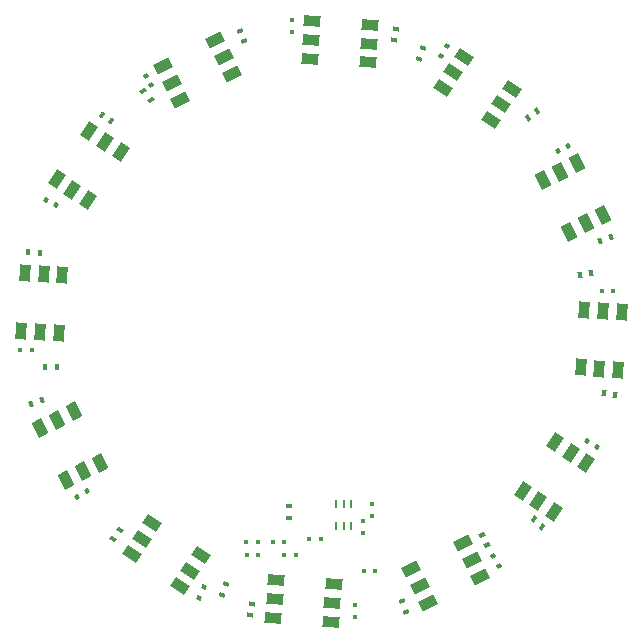
<source format=gtp>
%FSTAX42Y42*%
%MOMM*%
G71*
G01*
G75*
G04 Layer_Color=8421504*
%ADD10C,0.35*%
%ADD11C,0.45*%
%ADD12C,0.25*%
G04:AMPARAMS|DCode=13|XSize=0.46mm|YSize=0.61mm|CornerRadius=0mm|HoleSize=0mm|Usage=FLASHONLY|Rotation=350.000|XOffset=0mm|YOffset=0mm|HoleType=Round|Shape=Rectangle|*
%AMROTATEDRECTD13*
4,1,4,-0.28,-0.26,-0.17,0.34,0.28,0.26,0.17,-0.34,-0.28,-0.26,0.0*
%
%ADD13ROTATEDRECTD13*%

G04:AMPARAMS|DCode=14|XSize=1mm|YSize=1.5mm|CornerRadius=0mm|HoleSize=0mm|Usage=FLASHONLY|Rotation=26.400|XOffset=0mm|YOffset=0mm|HoleType=Round|Shape=Rectangle|*
%AMROTATEDRECTD14*
4,1,4,-0.11,-0.89,-0.78,0.45,0.11,0.89,0.78,-0.45,-0.11,-0.89,0.0*
%
%ADD14ROTATEDRECTD14*%

G04:AMPARAMS|DCode=15|XSize=1mm|YSize=1.5mm|CornerRadius=0mm|HoleSize=0mm|Usage=FLASHONLY|Rotation=56.400|XOffset=0mm|YOffset=0mm|HoleType=Round|Shape=Rectangle|*
%AMROTATEDRECTD15*
4,1,4,0.35,-0.83,-0.90,-0.00,-0.35,0.83,0.90,0.00,0.35,-0.83,0.0*
%
%ADD15ROTATEDRECTD15*%

G04:AMPARAMS|DCode=16|XSize=1mm|YSize=1.5mm|CornerRadius=0mm|HoleSize=0mm|Usage=FLASHONLY|Rotation=86.500|XOffset=0mm|YOffset=0mm|HoleType=Round|Shape=Rectangle|*
%AMROTATEDRECTD16*
4,1,4,0.72,-0.54,-0.78,-0.45,-0.72,0.54,0.78,0.45,0.72,-0.54,0.0*
%
%ADD16ROTATEDRECTD16*%

G04:AMPARAMS|DCode=17|XSize=1mm|YSize=1.5mm|CornerRadius=0mm|HoleSize=0mm|Usage=FLASHONLY|Rotation=326.400|XOffset=0mm|YOffset=0mm|HoleType=Round|Shape=Rectangle|*
%AMROTATEDRECTD17*
4,1,4,-0.83,-0.35,-0.00,0.90,0.83,0.35,0.00,-0.90,-0.83,-0.35,0.0*
%
%ADD17ROTATEDRECTD17*%

G04:AMPARAMS|DCode=18|XSize=0.46mm|YSize=0.61mm|CornerRadius=0mm|HoleSize=0mm|Usage=FLASHONLY|Rotation=320.000|XOffset=0mm|YOffset=0mm|HoleType=Round|Shape=Rectangle|*
%AMROTATEDRECTD18*
4,1,4,-0.37,-0.09,0.02,0.38,0.37,0.09,-0.02,-0.38,-0.37,-0.09,0.0*
%
%ADD18ROTATEDRECTD18*%

G04:AMPARAMS|DCode=19|XSize=1mm|YSize=1.5mm|CornerRadius=0mm|HoleSize=0mm|Usage=FLASHONLY|Rotation=296.400|XOffset=0mm|YOffset=0mm|HoleType=Round|Shape=Rectangle|*
%AMROTATEDRECTD19*
4,1,4,-0.89,0.11,0.45,0.78,0.89,-0.11,-0.45,-0.78,-0.89,0.11,0.0*
%
%ADD19ROTATEDRECTD19*%

G04:AMPARAMS|DCode=20|XSize=0.46mm|YSize=0.51mm|CornerRadius=0mm|HoleSize=0mm|Usage=FLASHONLY|Rotation=30.000|XOffset=0mm|YOffset=0mm|HoleType=Round|Shape=Rectangle|*
%AMROTATEDRECTD20*
4,1,4,-0.07,-0.33,-0.32,0.11,0.07,0.33,0.32,-0.11,-0.07,-0.33,0.0*
%
%ADD20ROTATEDRECTD20*%

G04:AMPARAMS|DCode=21|XSize=0.46mm|YSize=0.51mm|CornerRadius=0mm|HoleSize=0mm|Usage=FLASHONLY|Rotation=150.000|XOffset=0mm|YOffset=0mm|HoleType=Round|Shape=Rectangle|*
%AMROTATEDRECTD21*
4,1,4,0.32,0.11,0.07,-0.33,-0.32,-0.11,-0.07,0.33,0.32,0.11,0.0*
%
%ADD21ROTATEDRECTD21*%

G04:AMPARAMS|DCode=22|XSize=1mm|YSize=1.5mm|CornerRadius=0mm|HoleSize=0mm|Usage=FLASHONLY|Rotation=207.000|XOffset=0mm|YOffset=0mm|HoleType=Round|Shape=Rectangle|*
%AMROTATEDRECTD22*
4,1,4,0.11,0.90,0.79,-0.44,-0.11,-0.90,-0.79,0.44,0.11,0.90,0.0*
%
%ADD22ROTATEDRECTD22*%

G04:AMPARAMS|DCode=23|XSize=0.46mm|YSize=0.61mm|CornerRadius=0mm|HoleSize=0mm|Usage=FLASHONLY|Rotation=230.000|XOffset=0mm|YOffset=0mm|HoleType=Round|Shape=Rectangle|*
%AMROTATEDRECTD23*
4,1,4,-0.09,0.37,0.38,-0.02,0.09,-0.37,-0.38,0.02,-0.09,0.37,0.0*
%
%ADD23ROTATEDRECTD23*%

G04:AMPARAMS|DCode=24|XSize=0.46mm|YSize=0.51mm|CornerRadius=0mm|HoleSize=0mm|Usage=FLASHONLY|Rotation=65.000|XOffset=0mm|YOffset=0mm|HoleType=Round|Shape=Rectangle|*
%AMROTATEDRECTD24*
4,1,4,0.13,-0.31,-0.33,-0.10,-0.13,0.31,0.33,0.10,0.13,-0.31,0.0*
%
%ADD24ROTATEDRECTD24*%

G04:AMPARAMS|DCode=25|XSize=0.46mm|YSize=0.61mm|CornerRadius=0mm|HoleSize=0mm|Usage=FLASHONLY|Rotation=260.000|XOffset=0mm|YOffset=0mm|HoleType=Round|Shape=Rectangle|*
%AMROTATEDRECTD25*
4,1,4,-0.26,0.28,0.34,0.17,0.26,-0.28,-0.34,-0.17,-0.26,0.28,0.0*
%
%ADD25ROTATEDRECTD25*%

G04:AMPARAMS|DCode=26|XSize=0.46mm|YSize=0.61mm|CornerRadius=0mm|HoleSize=0mm|Usage=FLASHONLY|Rotation=290.000|XOffset=0mm|YOffset=0mm|HoleType=Round|Shape=Rectangle|*
%AMROTATEDRECTD26*
4,1,4,-0.36,0.11,0.21,0.32,0.36,-0.11,-0.21,-0.32,-0.36,0.11,0.0*
%
%ADD26ROTATEDRECTD26*%

%ADD27R,0.51X0.46*%
G04:AMPARAMS|DCode=28|XSize=0.46mm|YSize=0.51mm|CornerRadius=0mm|HoleSize=0mm|Usage=FLASHONLY|Rotation=120.000|XOffset=0mm|YOffset=0mm|HoleType=Round|Shape=Rectangle|*
%AMROTATEDRECTD28*
4,1,4,0.33,-0.07,-0.11,-0.32,-0.33,0.07,0.11,0.32,0.33,-0.07,0.0*
%
%ADD28ROTATEDRECTD28*%

G04:AMPARAMS|DCode=29|XSize=0.46mm|YSize=0.61mm|CornerRadius=0mm|HoleSize=0mm|Usage=FLASHONLY|Rotation=298.000|XOffset=0mm|YOffset=0mm|HoleType=Round|Shape=Rectangle|*
%AMROTATEDRECTD29*
4,1,4,-0.38,0.06,0.16,0.34,0.38,-0.06,-0.16,-0.34,-0.38,0.06,0.0*
%
%ADD29ROTATEDRECTD29*%

G04:AMPARAMS|DCode=30|XSize=0.46mm|YSize=0.61mm|CornerRadius=0mm|HoleSize=0mm|Usage=FLASHONLY|Rotation=249.000|XOffset=0mm|YOffset=0mm|HoleType=Round|Shape=Rectangle|*
%AMROTATEDRECTD30*
4,1,4,-0.20,0.32,0.37,0.10,0.20,-0.32,-0.37,-0.10,-0.20,0.32,0.0*
%
%ADD30ROTATEDRECTD30*%

G04:AMPARAMS|DCode=31|XSize=0.46mm|YSize=0.61mm|CornerRadius=0mm|HoleSize=0mm|Usage=FLASHONLY|Rotation=21.000|XOffset=0mm|YOffset=0mm|HoleType=Round|Shape=Rectangle|*
%AMROTATEDRECTD31*
4,1,4,-0.10,-0.37,-0.32,0.20,0.10,0.37,0.32,-0.20,-0.10,-0.37,0.0*
%
%ADD31ROTATEDRECTD31*%

G04:AMPARAMS|DCode=32|XSize=0.46mm|YSize=0.61mm|CornerRadius=0mm|HoleSize=0mm|Usage=FLASHONLY|Rotation=190.000|XOffset=0mm|YOffset=0mm|HoleType=Round|Shape=Rectangle|*
%AMROTATEDRECTD32*
4,1,4,0.17,0.34,0.28,-0.26,-0.17,-0.34,-0.28,0.26,0.17,0.34,0.0*
%
%ADD32ROTATEDRECTD32*%

G04:AMPARAMS|DCode=33|XSize=0.46mm|YSize=0.61mm|CornerRadius=0mm|HoleSize=0mm|Usage=FLASHONLY|Rotation=40.000|XOffset=0mm|YOffset=0mm|HoleType=Round|Shape=Rectangle|*
%AMROTATEDRECTD33*
4,1,4,0.02,-0.38,-0.37,0.09,-0.02,0.38,0.37,-0.09,0.02,-0.38,0.0*
%
%ADD33ROTATEDRECTD33*%

G04:AMPARAMS|DCode=34|XSize=0.46mm|YSize=0.61mm|CornerRadius=0mm|HoleSize=0mm|Usage=FLASHONLY|Rotation=81.000|XOffset=0mm|YOffset=0mm|HoleType=Round|Shape=Rectangle|*
%AMROTATEDRECTD34*
4,1,4,0.27,-0.27,-0.34,-0.18,-0.27,0.27,0.34,0.18,0.27,-0.27,0.0*
%
%ADD34ROTATEDRECTD34*%

G04:AMPARAMS|DCode=35|XSize=0.46mm|YSize=0.61mm|CornerRadius=0mm|HoleSize=0mm|Usage=FLASHONLY|Rotation=70.000|XOffset=0mm|YOffset=0mm|HoleType=Round|Shape=Rectangle|*
%AMROTATEDRECTD35*
4,1,4,0.21,-0.32,-0.36,-0.11,-0.21,0.32,0.36,0.11,0.21,-0.32,0.0*
%
%ADD35ROTATEDRECTD35*%

G04:AMPARAMS|DCode=36|XSize=0.46mm|YSize=0.61mm|CornerRadius=0mm|HoleSize=0mm|Usage=FLASHONLY|Rotation=130.000|XOffset=0mm|YOffset=0mm|HoleType=Round|Shape=Rectangle|*
%AMROTATEDRECTD36*
4,1,4,0.38,0.02,-0.09,-0.37,-0.38,-0.02,0.09,0.37,0.38,0.02,0.0*
%
%ADD36ROTATEDRECTD36*%

G04:AMPARAMS|DCode=37|XSize=0.46mm|YSize=0.61mm|CornerRadius=0mm|HoleSize=0mm|Usage=FLASHONLY|Rotation=145.000|XOffset=0mm|YOffset=0mm|HoleType=Round|Shape=Rectangle|*
%AMROTATEDRECTD37*
4,1,4,0.36,0.12,0.01,-0.38,-0.36,-0.12,-0.01,0.38,0.36,0.12,0.0*
%
%ADD37ROTATEDRECTD37*%

G04:AMPARAMS|DCode=38|XSize=0.46mm|YSize=0.61mm|CornerRadius=0mm|HoleSize=0mm|Usage=FLASHONLY|Rotation=175.000|XOffset=0mm|YOffset=0mm|HoleType=Round|Shape=Rectangle|*
%AMROTATEDRECTD38*
4,1,4,0.25,0.28,0.20,-0.32,-0.25,-0.28,-0.20,0.32,0.25,0.28,0.0*
%
%ADD38ROTATEDRECTD38*%

%ADD39R,0.46X0.61*%
G04:AMPARAMS|DCode=40|XSize=0.46mm|YSize=0.61mm|CornerRadius=0mm|HoleSize=0mm|Usage=FLASHONLY|Rotation=200.000|XOffset=0mm|YOffset=0mm|HoleType=Round|Shape=Rectangle|*
%AMROTATEDRECTD40*
4,1,4,0.11,0.36,0.32,-0.21,-0.11,-0.36,-0.32,0.21,0.11,0.36,0.0*
%
%ADD40ROTATEDRECTD40*%

%ADD41R,0.61X0.46*%
%ADD42R,0.46X0.51*%
G04:AMPARAMS|DCode=43|XSize=0.46mm|YSize=0.51mm|CornerRadius=0mm|HoleSize=0mm|Usage=FLASHONLY|Rotation=240.000|XOffset=0mm|YOffset=0mm|HoleType=Round|Shape=Rectangle|*
%AMROTATEDRECTD43*
4,1,4,-0.11,0.32,0.33,0.07,0.11,-0.32,-0.33,-0.07,-0.11,0.32,0.0*
%
%ADD43ROTATEDRECTD43*%

%ADD44R,0.35X0.85*%
G04:AMPARAMS|DCode=45|XSize=1mm|YSize=1.5mm|CornerRadius=0mm|HoleSize=0mm|Usage=FLASHONLY|Rotation=176.400|XOffset=0mm|YOffset=0mm|HoleType=Round|Shape=Rectangle|*
%AMROTATEDRECTD45*
4,1,4,0.55,0.72,0.45,-0.78,-0.55,-0.72,-0.45,0.78,0.55,0.72,0.0*
%
%ADD45ROTATEDRECTD45*%

%ADD46C,0.40*%
%ADD47C,0.30*%
%ADD48C,0.50*%
%ADD49C,0.51*%
%ADD50C,0.60*%
%ADD51C,1.20*%
%ADD52C,0.60*%
%ADD53C,0.87*%
%ADD54C,0.50*%
%ADD55C,0.70*%
%ADD56C,1.27*%
%ADD57R,1.40X4.52*%
%ADD58C,0.25*%
%ADD59C,0.25*%
%ADD60C,0.10*%
%ADD61C,0.04*%
%ADD62C,0.20*%
%ADD63C,0.15*%
G04:AMPARAMS|DCode=64|XSize=0.36mm|YSize=0.51mm|CornerRadius=0mm|HoleSize=0mm|Usage=FLASHONLY|Rotation=350.000|XOffset=0mm|YOffset=0mm|HoleType=Round|Shape=Rectangle|*
%AMROTATEDRECTD64*
4,1,4,-0.22,-0.22,-0.13,0.28,0.22,0.22,0.13,-0.28,-0.22,-0.22,0.0*
%
%ADD64ROTATEDRECTD64*%

G04:AMPARAMS|DCode=65|XSize=0.9mm|YSize=1.4mm|CornerRadius=0mm|HoleSize=0mm|Usage=FLASHONLY|Rotation=26.400|XOffset=0mm|YOffset=0mm|HoleType=Round|Shape=Rectangle|*
%AMROTATEDRECTD65*
4,1,4,-0.09,-0.83,-0.71,0.43,0.09,0.83,0.71,-0.43,-0.09,-0.83,0.0*
%
%ADD65ROTATEDRECTD65*%

G04:AMPARAMS|DCode=66|XSize=0.9mm|YSize=1.4mm|CornerRadius=0mm|HoleSize=0mm|Usage=FLASHONLY|Rotation=56.400|XOffset=0mm|YOffset=0mm|HoleType=Round|Shape=Rectangle|*
%AMROTATEDRECTD66*
4,1,4,0.33,-0.76,-0.83,0.01,-0.33,0.76,0.83,-0.01,0.33,-0.76,0.0*
%
%ADD66ROTATEDRECTD66*%

G04:AMPARAMS|DCode=67|XSize=0.9mm|YSize=1.4mm|CornerRadius=0mm|HoleSize=0mm|Usage=FLASHONLY|Rotation=86.500|XOffset=0mm|YOffset=0mm|HoleType=Round|Shape=Rectangle|*
%AMROTATEDRECTD67*
4,1,4,0.67,-0.49,-0.73,-0.41,-0.67,0.49,0.73,0.41,0.67,-0.49,0.0*
%
%ADD67ROTATEDRECTD67*%

G04:AMPARAMS|DCode=68|XSize=0.9mm|YSize=1.4mm|CornerRadius=0mm|HoleSize=0mm|Usage=FLASHONLY|Rotation=326.400|XOffset=0mm|YOffset=0mm|HoleType=Round|Shape=Rectangle|*
%AMROTATEDRECTD68*
4,1,4,-0.76,-0.33,0.01,0.83,0.76,0.33,-0.01,-0.83,-0.76,-0.33,0.0*
%
%ADD68ROTATEDRECTD68*%

G04:AMPARAMS|DCode=69|XSize=0.36mm|YSize=0.51mm|CornerRadius=0mm|HoleSize=0mm|Usage=FLASHONLY|Rotation=320.000|XOffset=0mm|YOffset=0mm|HoleType=Round|Shape=Rectangle|*
%AMROTATEDRECTD69*
4,1,4,-0.30,-0.08,0.03,0.31,0.30,0.08,-0.03,-0.31,-0.30,-0.08,0.0*
%
%ADD69ROTATEDRECTD69*%

G04:AMPARAMS|DCode=70|XSize=0.9mm|YSize=1.4mm|CornerRadius=0mm|HoleSize=0mm|Usage=FLASHONLY|Rotation=296.400|XOffset=0mm|YOffset=0mm|HoleType=Round|Shape=Rectangle|*
%AMROTATEDRECTD70*
4,1,4,-0.83,0.09,0.43,0.71,0.83,-0.09,-0.43,-0.71,-0.83,0.09,0.0*
%
%ADD70ROTATEDRECTD70*%

G04:AMPARAMS|DCode=71|XSize=0.36mm|YSize=0.41mm|CornerRadius=0mm|HoleSize=0mm|Usage=FLASHONLY|Rotation=30.000|XOffset=0mm|YOffset=0mm|HoleType=Round|Shape=Rectangle|*
%AMROTATEDRECTD71*
4,1,4,-0.05,-0.27,-0.26,0.09,0.05,0.27,0.26,-0.09,-0.05,-0.27,0.0*
%
%ADD71ROTATEDRECTD71*%

G04:AMPARAMS|DCode=72|XSize=0.36mm|YSize=0.41mm|CornerRadius=0mm|HoleSize=0mm|Usage=FLASHONLY|Rotation=150.000|XOffset=0mm|YOffset=0mm|HoleType=Round|Shape=Rectangle|*
%AMROTATEDRECTD72*
4,1,4,0.26,0.09,0.05,-0.27,-0.26,-0.09,-0.05,0.27,0.26,0.09,0.0*
%
%ADD72ROTATEDRECTD72*%

G04:AMPARAMS|DCode=73|XSize=0.9mm|YSize=1.4mm|CornerRadius=0mm|HoleSize=0mm|Usage=FLASHONLY|Rotation=207.000|XOffset=0mm|YOffset=0mm|HoleType=Round|Shape=Rectangle|*
%AMROTATEDRECTD73*
4,1,4,0.08,0.83,0.72,-0.42,-0.08,-0.83,-0.72,0.42,0.08,0.83,0.0*
%
%ADD73ROTATEDRECTD73*%

G04:AMPARAMS|DCode=74|XSize=0.36mm|YSize=0.51mm|CornerRadius=0mm|HoleSize=0mm|Usage=FLASHONLY|Rotation=230.000|XOffset=0mm|YOffset=0mm|HoleType=Round|Shape=Rectangle|*
%AMROTATEDRECTD74*
4,1,4,-0.08,0.30,0.31,-0.03,0.08,-0.30,-0.31,0.03,-0.08,0.30,0.0*
%
%ADD74ROTATEDRECTD74*%

G04:AMPARAMS|DCode=75|XSize=0.36mm|YSize=0.41mm|CornerRadius=0mm|HoleSize=0mm|Usage=FLASHONLY|Rotation=65.000|XOffset=0mm|YOffset=0mm|HoleType=Round|Shape=Rectangle|*
%AMROTATEDRECTD75*
4,1,4,0.11,-0.25,-0.26,-0.08,-0.11,0.25,0.26,0.08,0.11,-0.25,0.0*
%
%ADD75ROTATEDRECTD75*%

G04:AMPARAMS|DCode=76|XSize=0.36mm|YSize=0.51mm|CornerRadius=0mm|HoleSize=0mm|Usage=FLASHONLY|Rotation=260.000|XOffset=0mm|YOffset=0mm|HoleType=Round|Shape=Rectangle|*
%AMROTATEDRECTD76*
4,1,4,-0.22,0.22,0.28,0.13,0.22,-0.22,-0.28,-0.13,-0.22,0.22,0.0*
%
%ADD76ROTATEDRECTD76*%

G04:AMPARAMS|DCode=77|XSize=0.36mm|YSize=0.51mm|CornerRadius=0mm|HoleSize=0mm|Usage=FLASHONLY|Rotation=290.000|XOffset=0mm|YOffset=0mm|HoleType=Round|Shape=Rectangle|*
%AMROTATEDRECTD77*
4,1,4,-0.30,0.08,0.18,0.25,0.30,-0.08,-0.18,-0.25,-0.30,0.08,0.0*
%
%ADD77ROTATEDRECTD77*%

%ADD78R,0.41X0.36*%
G04:AMPARAMS|DCode=79|XSize=0.36mm|YSize=0.41mm|CornerRadius=0mm|HoleSize=0mm|Usage=FLASHONLY|Rotation=120.000|XOffset=0mm|YOffset=0mm|HoleType=Round|Shape=Rectangle|*
%AMROTATEDRECTD79*
4,1,4,0.27,-0.05,-0.09,-0.26,-0.27,0.05,0.09,0.26,0.27,-0.05,0.0*
%
%ADD79ROTATEDRECTD79*%

G04:AMPARAMS|DCode=80|XSize=0.36mm|YSize=0.51mm|CornerRadius=0mm|HoleSize=0mm|Usage=FLASHONLY|Rotation=298.000|XOffset=0mm|YOffset=0mm|HoleType=Round|Shape=Rectangle|*
%AMROTATEDRECTD80*
4,1,4,-0.31,0.04,0.14,0.28,0.31,-0.04,-0.14,-0.28,-0.31,0.04,0.0*
%
%ADD80ROTATEDRECTD80*%

G04:AMPARAMS|DCode=81|XSize=0.36mm|YSize=0.51mm|CornerRadius=0mm|HoleSize=0mm|Usage=FLASHONLY|Rotation=249.000|XOffset=0mm|YOffset=0mm|HoleType=Round|Shape=Rectangle|*
%AMROTATEDRECTD81*
4,1,4,-0.17,0.26,0.30,0.08,0.17,-0.26,-0.30,-0.08,-0.17,0.26,0.0*
%
%ADD81ROTATEDRECTD81*%

G04:AMPARAMS|DCode=82|XSize=0.36mm|YSize=0.51mm|CornerRadius=0mm|HoleSize=0mm|Usage=FLASHONLY|Rotation=21.000|XOffset=0mm|YOffset=0mm|HoleType=Round|Shape=Rectangle|*
%AMROTATEDRECTD82*
4,1,4,-0.08,-0.30,-0.26,0.17,0.08,0.30,0.26,-0.17,-0.08,-0.30,0.0*
%
%ADD82ROTATEDRECTD82*%

G04:AMPARAMS|DCode=83|XSize=0.36mm|YSize=0.51mm|CornerRadius=0mm|HoleSize=0mm|Usage=FLASHONLY|Rotation=190.000|XOffset=0mm|YOffset=0mm|HoleType=Round|Shape=Rectangle|*
%AMROTATEDRECTD83*
4,1,4,0.13,0.28,0.22,-0.22,-0.13,-0.28,-0.22,0.22,0.13,0.28,0.0*
%
%ADD83ROTATEDRECTD83*%

G04:AMPARAMS|DCode=84|XSize=0.36mm|YSize=0.51mm|CornerRadius=0mm|HoleSize=0mm|Usage=FLASHONLY|Rotation=40.000|XOffset=0mm|YOffset=0mm|HoleType=Round|Shape=Rectangle|*
%AMROTATEDRECTD84*
4,1,4,0.03,-0.31,-0.30,0.08,-0.03,0.31,0.30,-0.08,0.03,-0.31,0.0*
%
%ADD84ROTATEDRECTD84*%

G04:AMPARAMS|DCode=85|XSize=0.36mm|YSize=0.51mm|CornerRadius=0mm|HoleSize=0mm|Usage=FLASHONLY|Rotation=81.000|XOffset=0mm|YOffset=0mm|HoleType=Round|Shape=Rectangle|*
%AMROTATEDRECTD85*
4,1,4,0.22,-0.22,-0.28,-0.14,-0.22,0.22,0.28,0.14,0.22,-0.22,0.0*
%
%ADD85ROTATEDRECTD85*%

G04:AMPARAMS|DCode=86|XSize=0.36mm|YSize=0.51mm|CornerRadius=0mm|HoleSize=0mm|Usage=FLASHONLY|Rotation=70.000|XOffset=0mm|YOffset=0mm|HoleType=Round|Shape=Rectangle|*
%AMROTATEDRECTD86*
4,1,4,0.18,-0.25,-0.30,-0.08,-0.18,0.25,0.30,0.08,0.18,-0.25,0.0*
%
%ADD86ROTATEDRECTD86*%

G04:AMPARAMS|DCode=87|XSize=0.36mm|YSize=0.51mm|CornerRadius=0mm|HoleSize=0mm|Usage=FLASHONLY|Rotation=130.000|XOffset=0mm|YOffset=0mm|HoleType=Round|Shape=Rectangle|*
%AMROTATEDRECTD87*
4,1,4,0.31,0.03,-0.08,-0.30,-0.31,-0.03,0.08,0.30,0.31,0.03,0.0*
%
%ADD87ROTATEDRECTD87*%

G04:AMPARAMS|DCode=88|XSize=0.36mm|YSize=0.51mm|CornerRadius=0mm|HoleSize=0mm|Usage=FLASHONLY|Rotation=145.000|XOffset=0mm|YOffset=0mm|HoleType=Round|Shape=Rectangle|*
%AMROTATEDRECTD88*
4,1,4,0.29,0.11,0.00,-0.31,-0.29,-0.11,-0.00,0.31,0.29,0.11,0.0*
%
%ADD88ROTATEDRECTD88*%

G04:AMPARAMS|DCode=89|XSize=0.36mm|YSize=0.51mm|CornerRadius=0mm|HoleSize=0mm|Usage=FLASHONLY|Rotation=175.000|XOffset=0mm|YOffset=0mm|HoleType=Round|Shape=Rectangle|*
%AMROTATEDRECTD89*
4,1,4,0.20,0.24,0.16,-0.27,-0.20,-0.24,-0.16,0.27,0.20,0.24,0.0*
%
%ADD89ROTATEDRECTD89*%

%ADD90R,0.36X0.51*%
G04:AMPARAMS|DCode=91|XSize=0.36mm|YSize=0.51mm|CornerRadius=0mm|HoleSize=0mm|Usage=FLASHONLY|Rotation=200.000|XOffset=0mm|YOffset=0mm|HoleType=Round|Shape=Rectangle|*
%AMROTATEDRECTD91*
4,1,4,0.08,0.30,0.25,-0.18,-0.08,-0.30,-0.25,0.18,0.08,0.30,0.0*
%
%ADD91ROTATEDRECTD91*%

%ADD92R,0.51X0.36*%
%ADD93R,0.36X0.41*%
G04:AMPARAMS|DCode=94|XSize=0.36mm|YSize=0.41mm|CornerRadius=0mm|HoleSize=0mm|Usage=FLASHONLY|Rotation=240.000|XOffset=0mm|YOffset=0mm|HoleType=Round|Shape=Rectangle|*
%AMROTATEDRECTD94*
4,1,4,-0.09,0.26,0.27,0.05,0.09,-0.26,-0.27,-0.05,-0.09,0.26,0.0*
%
%ADD94ROTATEDRECTD94*%

%ADD95R,0.25X0.75*%
G04:AMPARAMS|DCode=96|XSize=0.9mm|YSize=1.4mm|CornerRadius=0mm|HoleSize=0mm|Usage=FLASHONLY|Rotation=176.400|XOffset=0mm|YOffset=0mm|HoleType=Round|Shape=Rectangle|*
%AMROTATEDRECTD96*
4,1,4,0.49,0.67,0.41,-0.73,-0.49,-0.67,-0.41,0.73,0.49,0.67,0.0*
%
%ADD96ROTATEDRECTD96*%

D64*
X022632Y017936D02*
D03*
X022728Y017919D02*
D03*
D65*
X02212Y019736D02*
D03*
X022407Y019878D02*
D03*
X022263Y019807D02*
D03*
X022481Y019368D02*
D03*
X022624Y019439D02*
D03*
X022338Y019297D02*
D03*
D66*
X02127Y020513D02*
D03*
X021447Y02078D02*
D03*
X021358Y020647D02*
D03*
X021766Y020375D02*
D03*
X021855Y020509D02*
D03*
X021678Y020242D02*
D03*
X019221Y016561D02*
D03*
X019044Y016294D02*
D03*
X019132Y016428D02*
D03*
X018724Y016698D02*
D03*
X018635Y016565D02*
D03*
X018812Y016832D02*
D03*
D67*
X020145Y02076D02*
D03*
X020164Y02108D02*
D03*
X020155Y02092D02*
D03*
X020644Y02089D02*
D03*
X020654Y02105D02*
D03*
X020634Y020731D02*
D03*
X020347Y016313D02*
D03*
X020325Y015994D02*
D03*
X020336Y016153D02*
D03*
X019847Y016187D02*
D03*
X019836Y016028D02*
D03*
X019858Y016347D02*
D03*
D68*
X022218Y017513D02*
D03*
X022485Y017336D02*
D03*
X022352Y017424D02*
D03*
X02208Y017016D02*
D03*
X022214Y016928D02*
D03*
X021947Y017105D02*
D03*
X018268Y019562D02*
D03*
X018003Y019741D02*
D03*
X018135Y019652D02*
D03*
X01841Y020058D02*
D03*
X018277Y020148D02*
D03*
X018542Y019969D02*
D03*
D69*
X022041Y016864D02*
D03*
X022114Y016801D02*
D03*
D70*
X021443Y016663D02*
D03*
X021586Y016376D02*
D03*
X021514Y016519D02*
D03*
X021075Y016301D02*
D03*
X021147Y016158D02*
D03*
X021004Y016445D02*
D03*
X019047Y020413D02*
D03*
X018905Y020699D02*
D03*
X018976Y020556D02*
D03*
X019415Y020775D02*
D03*
X019343Y020918D02*
D03*
X019486Y020631D02*
D03*
D71*
X018259Y017099D02*
D03*
X018176Y017051D02*
D03*
X022243Y019978D02*
D03*
X022327Y020027D02*
D03*
D72*
X022491Y017527D02*
D03*
X022574Y017478D02*
D03*
X017997Y019521D02*
D03*
X017913Y019569D02*
D03*
D73*
X018368Y017343D02*
D03*
X018083Y017198D02*
D03*
X018225Y01727D02*
D03*
X018003Y017707D02*
D03*
X01786Y017634D02*
D03*
X018146Y01778D02*
D03*
D74*
X018539Y016769D02*
D03*
X018476Y016696D02*
D03*
D75*
X01925Y016286D02*
D03*
X01921Y016199D02*
D03*
D76*
X019658Y016145D02*
D03*
X019642Y01605D02*
D03*
D77*
X020926Y016173D02*
D03*
X020959Y016082D02*
D03*
X019585Y020909D02*
D03*
X019552Y020999D02*
D03*
D78*
X020525Y016133D02*
D03*
Y016037D02*
D03*
X019995Y020989D02*
D03*
Y021086D02*
D03*
X020593Y016846D02*
D03*
Y016749D02*
D03*
X020668Y016894D02*
D03*
Y016991D02*
D03*
D79*
X021693Y016549D02*
D03*
X021742Y016466D02*
D03*
X018804Y020536D02*
D03*
X018756Y020619D02*
D03*
D80*
X021601Y016731D02*
D03*
X021647Y016646D02*
D03*
D81*
X019435Y016313D02*
D03*
X0194Y016222D02*
D03*
D82*
X022601Y019222D02*
D03*
X022691Y019257D02*
D03*
D83*
X022525Y018946D02*
D03*
X02243Y018929D02*
D03*
D84*
X021995Y020257D02*
D03*
X022069Y020319D02*
D03*
D85*
X020859Y020921D02*
D03*
X020874Y021016D02*
D03*
D86*
X021069Y020761D02*
D03*
X021102Y020852D02*
D03*
D87*
X018797Y020413D02*
D03*
X018735Y020487D02*
D03*
D88*
X018462Y020232D02*
D03*
X018383Y020288D02*
D03*
D89*
X017858Y019116D02*
D03*
X017762Y019124D02*
D03*
D90*
X018003Y018148D02*
D03*
X017906Y018148D02*
D03*
D91*
X017878Y017869D02*
D03*
X017787Y017836D02*
D03*
D92*
X019965Y016973D02*
D03*
Y016877D02*
D03*
D93*
X019607Y016673D02*
D03*
X019703D02*
D03*
X022617Y018795D02*
D03*
X022713D02*
D03*
X017791Y018298D02*
D03*
X017694D02*
D03*
X020139Y0167D02*
D03*
X020236D02*
D03*
X019612Y016557D02*
D03*
X019708D02*
D03*
X020602Y016423D02*
D03*
X020698D02*
D03*
X020026Y016557D02*
D03*
X019929D02*
D03*
X019832Y016673D02*
D03*
X019928D02*
D03*
D94*
X021256Y020786D02*
D03*
X021304Y020869D02*
D03*
D95*
X020365Y016802D02*
D03*
X02043Y016802D02*
D03*
X020495D02*
D03*
X020495Y016993D02*
D03*
X02043D02*
D03*
X020365Y016993D02*
D03*
D96*
X01802Y018437D02*
D03*
X0177Y018458D02*
D03*
X01786Y018448D02*
D03*
X017891Y018937D02*
D03*
X017731Y018947D02*
D03*
X01805Y018927D02*
D03*
X022468Y018638D02*
D03*
X022787Y018618D02*
D03*
X022628Y018628D02*
D03*
X022597Y018139D02*
D03*
X022757Y018129D02*
D03*
X022437Y018149D02*
D03*
M02*

</source>
